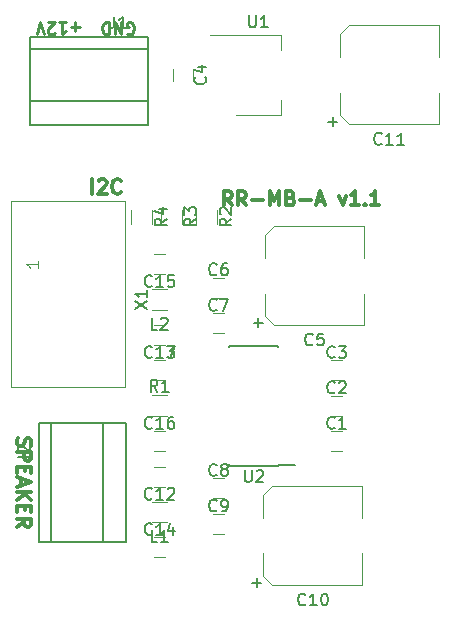
<source format=gbr>
G04 #@! TF.FileFunction,Legend,Top*
%FSLAX46Y46*%
G04 Gerber Fmt 4.6, Leading zero omitted, Abs format (unit mm)*
G04 Created by KiCad (PCBNEW 4.0.7-e2-6376~58~ubuntu16.04.1) date Fri Feb  1 18:55:09 2019*
%MOMM*%
%LPD*%
G01*
G04 APERTURE LIST*
%ADD10C,0.100000*%
%ADD11C,0.300000*%
%ADD12C,0.250000*%
%ADD13C,0.120000*%
%ADD14C,0.150000*%
G04 APERTURE END LIST*
D10*
D11*
X98328571Y-55042857D02*
X98328571Y-53842857D01*
X98842857Y-53957143D02*
X98900000Y-53900000D01*
X99014286Y-53842857D01*
X99300000Y-53842857D01*
X99414286Y-53900000D01*
X99471429Y-53957143D01*
X99528572Y-54071429D01*
X99528572Y-54185714D01*
X99471429Y-54357143D01*
X98785715Y-55042857D01*
X99528572Y-55042857D01*
X100728572Y-54928571D02*
X100671429Y-54985714D01*
X100500000Y-55042857D01*
X100385714Y-55042857D01*
X100214286Y-54985714D01*
X100100000Y-54871429D01*
X100042857Y-54757143D01*
X99985714Y-54528571D01*
X99985714Y-54357143D01*
X100042857Y-54128571D01*
X100100000Y-54014286D01*
X100214286Y-53900000D01*
X100385714Y-53842857D01*
X100500000Y-53842857D01*
X100671429Y-53900000D01*
X100728572Y-53957143D01*
X110142858Y-56042857D02*
X109742858Y-55471429D01*
X109457143Y-56042857D02*
X109457143Y-54842857D01*
X109914286Y-54842857D01*
X110028572Y-54900000D01*
X110085715Y-54957143D01*
X110142858Y-55071429D01*
X110142858Y-55242857D01*
X110085715Y-55357143D01*
X110028572Y-55414286D01*
X109914286Y-55471429D01*
X109457143Y-55471429D01*
X111342858Y-56042857D02*
X110942858Y-55471429D01*
X110657143Y-56042857D02*
X110657143Y-54842857D01*
X111114286Y-54842857D01*
X111228572Y-54900000D01*
X111285715Y-54957143D01*
X111342858Y-55071429D01*
X111342858Y-55242857D01*
X111285715Y-55357143D01*
X111228572Y-55414286D01*
X111114286Y-55471429D01*
X110657143Y-55471429D01*
X111857143Y-55585714D02*
X112771429Y-55585714D01*
X113342857Y-56042857D02*
X113342857Y-54842857D01*
X113742857Y-55700000D01*
X114142857Y-54842857D01*
X114142857Y-56042857D01*
X115114286Y-55414286D02*
X115285715Y-55471429D01*
X115342858Y-55528571D01*
X115400001Y-55642857D01*
X115400001Y-55814286D01*
X115342858Y-55928571D01*
X115285715Y-55985714D01*
X115171429Y-56042857D01*
X114714286Y-56042857D01*
X114714286Y-54842857D01*
X115114286Y-54842857D01*
X115228572Y-54900000D01*
X115285715Y-54957143D01*
X115342858Y-55071429D01*
X115342858Y-55185714D01*
X115285715Y-55300000D01*
X115228572Y-55357143D01*
X115114286Y-55414286D01*
X114714286Y-55414286D01*
X115914286Y-55585714D02*
X116828572Y-55585714D01*
X117342857Y-55700000D02*
X117914286Y-55700000D01*
X117228572Y-56042857D02*
X117628572Y-54842857D01*
X118028572Y-56042857D01*
X119228572Y-55242857D02*
X119514286Y-56042857D01*
X119800000Y-55242857D01*
X120885715Y-56042857D02*
X120200000Y-56042857D01*
X120542858Y-56042857D02*
X120542858Y-54842857D01*
X120428572Y-55014286D01*
X120314286Y-55128571D01*
X120200000Y-55185714D01*
X121400000Y-55928571D02*
X121457143Y-55985714D01*
X121400000Y-56042857D01*
X121342857Y-55985714D01*
X121400000Y-55928571D01*
X121400000Y-56042857D01*
X122600001Y-56042857D02*
X121914286Y-56042857D01*
X122257144Y-56042857D02*
X122257144Y-54842857D01*
X122142858Y-55014286D01*
X122028572Y-55128571D01*
X121914286Y-55185714D01*
X92014286Y-75757143D02*
X91957143Y-75928572D01*
X91957143Y-76214286D01*
X92014286Y-76328572D01*
X92071429Y-76385715D01*
X92185714Y-76442858D01*
X92300000Y-76442858D01*
X92414286Y-76385715D01*
X92471429Y-76328572D01*
X92528571Y-76214286D01*
X92585714Y-75985715D01*
X92642857Y-75871429D01*
X92700000Y-75814286D01*
X92814286Y-75757143D01*
X92928571Y-75757143D01*
X93042857Y-75814286D01*
X93100000Y-75871429D01*
X93157143Y-75985715D01*
X93157143Y-76271429D01*
X93100000Y-76442858D01*
X91957143Y-76957143D02*
X93157143Y-76957143D01*
X93157143Y-77414286D01*
X93100000Y-77528572D01*
X93042857Y-77585715D01*
X92928571Y-77642858D01*
X92757143Y-77642858D01*
X92642857Y-77585715D01*
X92585714Y-77528572D01*
X92528571Y-77414286D01*
X92528571Y-76957143D01*
X92585714Y-78157143D02*
X92585714Y-78557143D01*
X91957143Y-78728572D02*
X91957143Y-78157143D01*
X93157143Y-78157143D01*
X93157143Y-78728572D01*
X92300000Y-79185714D02*
X92300000Y-79757143D01*
X91957143Y-79071429D02*
X93157143Y-79471429D01*
X91957143Y-79871429D01*
X91957143Y-80271428D02*
X93157143Y-80271428D01*
X91957143Y-80957143D02*
X92642857Y-80442857D01*
X93157143Y-80957143D02*
X92471429Y-80271428D01*
X92585714Y-81471428D02*
X92585714Y-81871428D01*
X91957143Y-82042857D02*
X91957143Y-81471428D01*
X93157143Y-81471428D01*
X93157143Y-82042857D01*
X91957143Y-83242857D02*
X92528571Y-82842857D01*
X91957143Y-82557142D02*
X93157143Y-82557142D01*
X93157143Y-83014285D01*
X93100000Y-83128571D01*
X93042857Y-83185714D01*
X92928571Y-83242857D01*
X92757143Y-83242857D01*
X92642857Y-83185714D01*
X92585714Y-83128571D01*
X92528571Y-83014285D01*
X92528571Y-82557142D01*
D12*
X97261905Y-40928571D02*
X96500000Y-40928571D01*
X96880952Y-40547619D02*
X96880952Y-41309524D01*
X95500000Y-40547619D02*
X96071429Y-40547619D01*
X95785715Y-40547619D02*
X95785715Y-41547619D01*
X95880953Y-41404762D01*
X95976191Y-41309524D01*
X96071429Y-41261905D01*
X95119048Y-41452381D02*
X95071429Y-41500000D01*
X94976191Y-41547619D01*
X94738095Y-41547619D01*
X94642857Y-41500000D01*
X94595238Y-41452381D01*
X94547619Y-41357143D01*
X94547619Y-41261905D01*
X94595238Y-41119048D01*
X95166667Y-40547619D01*
X94547619Y-40547619D01*
X94261905Y-41547619D02*
X93928572Y-40547619D01*
X93595238Y-41547619D01*
X101261904Y-41500000D02*
X101357142Y-41547619D01*
X101499999Y-41547619D01*
X101642857Y-41500000D01*
X101738095Y-41404762D01*
X101785714Y-41309524D01*
X101833333Y-41119048D01*
X101833333Y-40976190D01*
X101785714Y-40785714D01*
X101738095Y-40690476D01*
X101642857Y-40595238D01*
X101499999Y-40547619D01*
X101404761Y-40547619D01*
X101261904Y-40595238D01*
X101214285Y-40642857D01*
X101214285Y-40976190D01*
X101404761Y-40976190D01*
X100785714Y-40547619D02*
X100785714Y-41547619D01*
X100214285Y-40547619D01*
X100214285Y-41547619D01*
X99738095Y-40547619D02*
X99738095Y-41547619D01*
X99500000Y-41547619D01*
X99357142Y-41500000D01*
X99261904Y-41404762D01*
X99214285Y-41309524D01*
X99166666Y-41119048D01*
X99166666Y-40976190D01*
X99214285Y-40785714D01*
X99261904Y-40690476D01*
X99357142Y-40595238D01*
X99500000Y-40547619D01*
X99738095Y-40547619D01*
D13*
X101620000Y-57600000D02*
X101620000Y-56400000D01*
X103380000Y-56400000D02*
X103380000Y-57600000D01*
X104120000Y-57600000D02*
X104120000Y-56400000D01*
X105880000Y-56400000D02*
X105880000Y-57600000D01*
X107120000Y-57600000D02*
X107120000Y-56400000D01*
X108880000Y-56400000D02*
X108880000Y-57600000D01*
D14*
X94800000Y-74500000D02*
X94800000Y-84500000D01*
X99200000Y-74500000D02*
X99200000Y-84500000D01*
X93800000Y-74500000D02*
X101200000Y-74500000D01*
X93800000Y-84500000D02*
X93800000Y-74500000D01*
X101200000Y-84500000D02*
X93800000Y-84500000D01*
X101200000Y-74500000D02*
X101200000Y-84500000D01*
X103000000Y-42800000D02*
X93000000Y-42800000D01*
X103000000Y-47200000D02*
X93000000Y-47200000D01*
X103000000Y-41800000D02*
X103000000Y-49200000D01*
X93000000Y-41800000D02*
X103000000Y-41800000D01*
X93000000Y-49200000D02*
X93000000Y-41800000D01*
X103000000Y-49200000D02*
X93000000Y-49200000D01*
D13*
X101070000Y-55670000D02*
X101070000Y-71410000D01*
X101070000Y-71410000D02*
X91470000Y-71410000D01*
X91470000Y-71410000D02*
X91470000Y-55670000D01*
X91470000Y-55670000D02*
X101070000Y-55670000D01*
D14*
X114075000Y-78075000D02*
X114075000Y-78050000D01*
X109925000Y-78075000D02*
X109925000Y-77970000D01*
X109925000Y-67925000D02*
X109925000Y-68030000D01*
X114075000Y-67925000D02*
X114075000Y-68030000D01*
X114075000Y-78075000D02*
X109925000Y-78075000D01*
X114075000Y-67925000D02*
X109925000Y-67925000D01*
X114075000Y-78050000D02*
X115450000Y-78050000D01*
D13*
X114260000Y-48410000D02*
X114260000Y-47150000D01*
X114260000Y-41590000D02*
X114260000Y-42850000D01*
X110500000Y-48410000D02*
X114260000Y-48410000D01*
X108250000Y-41590000D02*
X114260000Y-41590000D01*
X104600000Y-73880000D02*
X103400000Y-73880000D01*
X103400000Y-72120000D02*
X104600000Y-72120000D01*
X103400000Y-63120000D02*
X104600000Y-63120000D01*
X104600000Y-64880000D02*
X103400000Y-64880000D01*
X103400000Y-81120000D02*
X104600000Y-81120000D01*
X104600000Y-82880000D02*
X103400000Y-82880000D01*
X104500000Y-69150000D02*
X103500000Y-69150000D01*
X103500000Y-70850000D02*
X104500000Y-70850000D01*
X104500000Y-75150000D02*
X103500000Y-75150000D01*
X103500000Y-76850000D02*
X104500000Y-76850000D01*
X103500000Y-61850000D02*
X104500000Y-61850000D01*
X104500000Y-60150000D02*
X103500000Y-60150000D01*
X104500000Y-84150000D02*
X103500000Y-84150000D01*
X103500000Y-85850000D02*
X104500000Y-85850000D01*
X103500000Y-67850000D02*
X104500000Y-67850000D01*
X104500000Y-66150000D02*
X103500000Y-66150000D01*
X103500000Y-79850000D02*
X104500000Y-79850000D01*
X104500000Y-78150000D02*
X103500000Y-78150000D01*
X127640000Y-49190000D02*
X127640000Y-46510000D01*
X127640000Y-40810000D02*
X127640000Y-43490000D01*
X119260000Y-41570000D02*
X119260000Y-43490000D01*
X119260000Y-48430000D02*
X119260000Y-46510000D01*
X127640000Y-49190000D02*
X120020000Y-49190000D01*
X120020000Y-49190000D02*
X119260000Y-48430000D01*
X119260000Y-41570000D02*
X120020000Y-40810000D01*
X120020000Y-40810000D02*
X127640000Y-40810000D01*
X121190000Y-88190000D02*
X121190000Y-85510000D01*
X121190000Y-79810000D02*
X121190000Y-82490000D01*
X112810000Y-80570000D02*
X112810000Y-82490000D01*
X112810000Y-87430000D02*
X112810000Y-85510000D01*
X121190000Y-88190000D02*
X113570000Y-88190000D01*
X113570000Y-88190000D02*
X112810000Y-87430000D01*
X112810000Y-80570000D02*
X113570000Y-79810000D01*
X113570000Y-79810000D02*
X121190000Y-79810000D01*
X109500000Y-82150000D02*
X108500000Y-82150000D01*
X108500000Y-83850000D02*
X109500000Y-83850000D01*
X109500000Y-79150000D02*
X108500000Y-79150000D01*
X108500000Y-80850000D02*
X109500000Y-80850000D01*
X109500000Y-65150000D02*
X108500000Y-65150000D01*
X108500000Y-66850000D02*
X109500000Y-66850000D01*
X109500000Y-62150000D02*
X108500000Y-62150000D01*
X108500000Y-63850000D02*
X109500000Y-63850000D01*
X121317432Y-66190000D02*
X121317432Y-63510000D01*
X121317432Y-57810000D02*
X121317432Y-60490000D01*
X112937432Y-58570000D02*
X112937432Y-60490000D01*
X112937432Y-65430000D02*
X112937432Y-63510000D01*
X121317432Y-66190000D02*
X113697432Y-66190000D01*
X113697432Y-66190000D02*
X112937432Y-65430000D01*
X112937432Y-58570000D02*
X113697432Y-57810000D01*
X113697432Y-57810000D02*
X121317432Y-57810000D01*
X106850000Y-45500000D02*
X106850000Y-44500000D01*
X105150000Y-44500000D02*
X105150000Y-45500000D01*
X119500000Y-69150000D02*
X118500000Y-69150000D01*
X118500000Y-70850000D02*
X119500000Y-70850000D01*
X119500000Y-72150000D02*
X118500000Y-72150000D01*
X118500000Y-73850000D02*
X119500000Y-73850000D01*
X119500000Y-75150000D02*
X118500000Y-75150000D01*
X118500000Y-76850000D02*
X119500000Y-76850000D01*
D14*
X104602381Y-57166666D02*
X104126190Y-57500000D01*
X104602381Y-57738095D02*
X103602381Y-57738095D01*
X103602381Y-57357142D01*
X103650000Y-57261904D01*
X103697619Y-57214285D01*
X103792857Y-57166666D01*
X103935714Y-57166666D01*
X104030952Y-57214285D01*
X104078571Y-57261904D01*
X104126190Y-57357142D01*
X104126190Y-57738095D01*
X103935714Y-56309523D02*
X104602381Y-56309523D01*
X103554762Y-56547619D02*
X104269048Y-56785714D01*
X104269048Y-56166666D01*
X107102381Y-57166666D02*
X106626190Y-57500000D01*
X107102381Y-57738095D02*
X106102381Y-57738095D01*
X106102381Y-57357142D01*
X106150000Y-57261904D01*
X106197619Y-57214285D01*
X106292857Y-57166666D01*
X106435714Y-57166666D01*
X106530952Y-57214285D01*
X106578571Y-57261904D01*
X106626190Y-57357142D01*
X106626190Y-57738095D01*
X106102381Y-56833333D02*
X106102381Y-56214285D01*
X106483333Y-56547619D01*
X106483333Y-56404761D01*
X106530952Y-56309523D01*
X106578571Y-56261904D01*
X106673810Y-56214285D01*
X106911905Y-56214285D01*
X107007143Y-56261904D01*
X107054762Y-56309523D01*
X107102381Y-56404761D01*
X107102381Y-56690476D01*
X107054762Y-56785714D01*
X107007143Y-56833333D01*
X110102381Y-57166666D02*
X109626190Y-57500000D01*
X110102381Y-57738095D02*
X109102381Y-57738095D01*
X109102381Y-57357142D01*
X109150000Y-57261904D01*
X109197619Y-57214285D01*
X109292857Y-57166666D01*
X109435714Y-57166666D01*
X109530952Y-57214285D01*
X109578571Y-57261904D01*
X109626190Y-57357142D01*
X109626190Y-57738095D01*
X109197619Y-56785714D02*
X109150000Y-56738095D01*
X109102381Y-56642857D01*
X109102381Y-56404761D01*
X109150000Y-56309523D01*
X109197619Y-56261904D01*
X109292857Y-56214285D01*
X109388095Y-56214285D01*
X109530952Y-56261904D01*
X110102381Y-56833333D01*
X110102381Y-56214285D01*
X92052381Y-77333333D02*
X92766667Y-77333333D01*
X92909524Y-77380953D01*
X93004762Y-77476191D01*
X93052381Y-77619048D01*
X93052381Y-77714286D01*
X92147619Y-76904762D02*
X92100000Y-76857143D01*
X92052381Y-76761905D01*
X92052381Y-76523809D01*
X92100000Y-76428571D01*
X92147619Y-76380952D01*
X92242857Y-76333333D01*
X92338095Y-76333333D01*
X92480952Y-76380952D01*
X93052381Y-76952381D01*
X93052381Y-76333333D01*
X100166667Y-40052381D02*
X100166667Y-40766667D01*
X100119047Y-40909524D01*
X100023809Y-41004762D01*
X99880952Y-41052381D01*
X99785714Y-41052381D01*
X101166667Y-41052381D02*
X100595238Y-41052381D01*
X100880952Y-41052381D02*
X100880952Y-40052381D01*
X100785714Y-40195238D01*
X100690476Y-40290476D01*
X100595238Y-40338095D01*
X101952381Y-64809524D02*
X102952381Y-64142857D01*
X101952381Y-64142857D02*
X102952381Y-64809524D01*
X102952381Y-63238095D02*
X102952381Y-63809524D01*
X102952381Y-63523810D02*
X101952381Y-63523810D01*
X102095238Y-63619048D01*
X102190476Y-63714286D01*
X102238095Y-63809524D01*
D13*
X93732381Y-60734285D02*
X93732381Y-61305714D01*
X93732381Y-61020000D02*
X92732381Y-61020000D01*
X92875238Y-61115238D01*
X92970476Y-61210476D01*
X93018095Y-61305714D01*
D14*
X111238095Y-78452381D02*
X111238095Y-79261905D01*
X111285714Y-79357143D01*
X111333333Y-79404762D01*
X111428571Y-79452381D01*
X111619048Y-79452381D01*
X111714286Y-79404762D01*
X111761905Y-79357143D01*
X111809524Y-79261905D01*
X111809524Y-78452381D01*
X112238095Y-78547619D02*
X112285714Y-78500000D01*
X112380952Y-78452381D01*
X112619048Y-78452381D01*
X112714286Y-78500000D01*
X112761905Y-78547619D01*
X112809524Y-78642857D01*
X112809524Y-78738095D01*
X112761905Y-78880952D01*
X112190476Y-79452381D01*
X112809524Y-79452381D01*
X111588095Y-39952381D02*
X111588095Y-40761905D01*
X111635714Y-40857143D01*
X111683333Y-40904762D01*
X111778571Y-40952381D01*
X111969048Y-40952381D01*
X112064286Y-40904762D01*
X112111905Y-40857143D01*
X112159524Y-40761905D01*
X112159524Y-39952381D01*
X113159524Y-40952381D02*
X112588095Y-40952381D01*
X112873809Y-40952381D02*
X112873809Y-39952381D01*
X112778571Y-40095238D01*
X112683333Y-40190476D01*
X112588095Y-40238095D01*
X103833334Y-71802381D02*
X103500000Y-71326190D01*
X103261905Y-71802381D02*
X103261905Y-70802381D01*
X103642858Y-70802381D01*
X103738096Y-70850000D01*
X103785715Y-70897619D01*
X103833334Y-70992857D01*
X103833334Y-71135714D01*
X103785715Y-71230952D01*
X103738096Y-71278571D01*
X103642858Y-71326190D01*
X103261905Y-71326190D01*
X104785715Y-71802381D02*
X104214286Y-71802381D01*
X104500000Y-71802381D02*
X104500000Y-70802381D01*
X104404762Y-70945238D01*
X104309524Y-71040476D01*
X104214286Y-71088095D01*
X103833334Y-66552381D02*
X103357143Y-66552381D01*
X103357143Y-65552381D01*
X104119048Y-65647619D02*
X104166667Y-65600000D01*
X104261905Y-65552381D01*
X104500001Y-65552381D01*
X104595239Y-65600000D01*
X104642858Y-65647619D01*
X104690477Y-65742857D01*
X104690477Y-65838095D01*
X104642858Y-65980952D01*
X104071429Y-66552381D01*
X104690477Y-66552381D01*
X103833334Y-84552381D02*
X103357143Y-84552381D01*
X103357143Y-83552381D01*
X104690477Y-84552381D02*
X104119048Y-84552381D01*
X104404762Y-84552381D02*
X104404762Y-83552381D01*
X104309524Y-83695238D01*
X104214286Y-83790476D01*
X104119048Y-83838095D01*
X103357143Y-68857143D02*
X103309524Y-68904762D01*
X103166667Y-68952381D01*
X103071429Y-68952381D01*
X102928571Y-68904762D01*
X102833333Y-68809524D01*
X102785714Y-68714286D01*
X102738095Y-68523810D01*
X102738095Y-68380952D01*
X102785714Y-68190476D01*
X102833333Y-68095238D01*
X102928571Y-68000000D01*
X103071429Y-67952381D01*
X103166667Y-67952381D01*
X103309524Y-68000000D01*
X103357143Y-68047619D01*
X104309524Y-68952381D02*
X103738095Y-68952381D01*
X104023809Y-68952381D02*
X104023809Y-67952381D01*
X103928571Y-68095238D01*
X103833333Y-68190476D01*
X103738095Y-68238095D01*
X104642857Y-67952381D02*
X105309524Y-67952381D01*
X104880952Y-68952381D01*
X103357143Y-74857143D02*
X103309524Y-74904762D01*
X103166667Y-74952381D01*
X103071429Y-74952381D01*
X102928571Y-74904762D01*
X102833333Y-74809524D01*
X102785714Y-74714286D01*
X102738095Y-74523810D01*
X102738095Y-74380952D01*
X102785714Y-74190476D01*
X102833333Y-74095238D01*
X102928571Y-74000000D01*
X103071429Y-73952381D01*
X103166667Y-73952381D01*
X103309524Y-74000000D01*
X103357143Y-74047619D01*
X104309524Y-74952381D02*
X103738095Y-74952381D01*
X104023809Y-74952381D02*
X104023809Y-73952381D01*
X103928571Y-74095238D01*
X103833333Y-74190476D01*
X103738095Y-74238095D01*
X105166667Y-73952381D02*
X104976190Y-73952381D01*
X104880952Y-74000000D01*
X104833333Y-74047619D01*
X104738095Y-74190476D01*
X104690476Y-74380952D01*
X104690476Y-74761905D01*
X104738095Y-74857143D01*
X104785714Y-74904762D01*
X104880952Y-74952381D01*
X105071429Y-74952381D01*
X105166667Y-74904762D01*
X105214286Y-74857143D01*
X105261905Y-74761905D01*
X105261905Y-74523810D01*
X105214286Y-74428571D01*
X105166667Y-74380952D01*
X105071429Y-74333333D01*
X104880952Y-74333333D01*
X104785714Y-74380952D01*
X104738095Y-74428571D01*
X104690476Y-74523810D01*
X103357143Y-62857143D02*
X103309524Y-62904762D01*
X103166667Y-62952381D01*
X103071429Y-62952381D01*
X102928571Y-62904762D01*
X102833333Y-62809524D01*
X102785714Y-62714286D01*
X102738095Y-62523810D01*
X102738095Y-62380952D01*
X102785714Y-62190476D01*
X102833333Y-62095238D01*
X102928571Y-62000000D01*
X103071429Y-61952381D01*
X103166667Y-61952381D01*
X103309524Y-62000000D01*
X103357143Y-62047619D01*
X104309524Y-62952381D02*
X103738095Y-62952381D01*
X104023809Y-62952381D02*
X104023809Y-61952381D01*
X103928571Y-62095238D01*
X103833333Y-62190476D01*
X103738095Y-62238095D01*
X105214286Y-61952381D02*
X104738095Y-61952381D01*
X104690476Y-62428571D01*
X104738095Y-62380952D01*
X104833333Y-62333333D01*
X105071429Y-62333333D01*
X105166667Y-62380952D01*
X105214286Y-62428571D01*
X105261905Y-62523810D01*
X105261905Y-62761905D01*
X105214286Y-62857143D01*
X105166667Y-62904762D01*
X105071429Y-62952381D01*
X104833333Y-62952381D01*
X104738095Y-62904762D01*
X104690476Y-62857143D01*
X103357143Y-83857143D02*
X103309524Y-83904762D01*
X103166667Y-83952381D01*
X103071429Y-83952381D01*
X102928571Y-83904762D01*
X102833333Y-83809524D01*
X102785714Y-83714286D01*
X102738095Y-83523810D01*
X102738095Y-83380952D01*
X102785714Y-83190476D01*
X102833333Y-83095238D01*
X102928571Y-83000000D01*
X103071429Y-82952381D01*
X103166667Y-82952381D01*
X103309524Y-83000000D01*
X103357143Y-83047619D01*
X104309524Y-83952381D02*
X103738095Y-83952381D01*
X104023809Y-83952381D02*
X104023809Y-82952381D01*
X103928571Y-83095238D01*
X103833333Y-83190476D01*
X103738095Y-83238095D01*
X105166667Y-83285714D02*
X105166667Y-83952381D01*
X104928571Y-82904762D02*
X104690476Y-83619048D01*
X105309524Y-83619048D01*
X103357143Y-68857143D02*
X103309524Y-68904762D01*
X103166667Y-68952381D01*
X103071429Y-68952381D01*
X102928571Y-68904762D01*
X102833333Y-68809524D01*
X102785714Y-68714286D01*
X102738095Y-68523810D01*
X102738095Y-68380952D01*
X102785714Y-68190476D01*
X102833333Y-68095238D01*
X102928571Y-68000000D01*
X103071429Y-67952381D01*
X103166667Y-67952381D01*
X103309524Y-68000000D01*
X103357143Y-68047619D01*
X104309524Y-68952381D02*
X103738095Y-68952381D01*
X104023809Y-68952381D02*
X104023809Y-67952381D01*
X103928571Y-68095238D01*
X103833333Y-68190476D01*
X103738095Y-68238095D01*
X104642857Y-67952381D02*
X105261905Y-67952381D01*
X104928571Y-68333333D01*
X105071429Y-68333333D01*
X105166667Y-68380952D01*
X105214286Y-68428571D01*
X105261905Y-68523810D01*
X105261905Y-68761905D01*
X105214286Y-68857143D01*
X105166667Y-68904762D01*
X105071429Y-68952381D01*
X104785714Y-68952381D01*
X104690476Y-68904762D01*
X104642857Y-68857143D01*
X103357143Y-80857143D02*
X103309524Y-80904762D01*
X103166667Y-80952381D01*
X103071429Y-80952381D01*
X102928571Y-80904762D01*
X102833333Y-80809524D01*
X102785714Y-80714286D01*
X102738095Y-80523810D01*
X102738095Y-80380952D01*
X102785714Y-80190476D01*
X102833333Y-80095238D01*
X102928571Y-80000000D01*
X103071429Y-79952381D01*
X103166667Y-79952381D01*
X103309524Y-80000000D01*
X103357143Y-80047619D01*
X104309524Y-80952381D02*
X103738095Y-80952381D01*
X104023809Y-80952381D02*
X104023809Y-79952381D01*
X103928571Y-80095238D01*
X103833333Y-80190476D01*
X103738095Y-80238095D01*
X104690476Y-80047619D02*
X104738095Y-80000000D01*
X104833333Y-79952381D01*
X105071429Y-79952381D01*
X105166667Y-80000000D01*
X105214286Y-80047619D01*
X105261905Y-80142857D01*
X105261905Y-80238095D01*
X105214286Y-80380952D01*
X104642857Y-80952381D01*
X105261905Y-80952381D01*
X122807143Y-50807143D02*
X122759524Y-50854762D01*
X122616667Y-50902381D01*
X122521429Y-50902381D01*
X122378571Y-50854762D01*
X122283333Y-50759524D01*
X122235714Y-50664286D01*
X122188095Y-50473810D01*
X122188095Y-50330952D01*
X122235714Y-50140476D01*
X122283333Y-50045238D01*
X122378571Y-49950000D01*
X122521429Y-49902381D01*
X122616667Y-49902381D01*
X122759524Y-49950000D01*
X122807143Y-49997619D01*
X123759524Y-50902381D02*
X123188095Y-50902381D01*
X123473809Y-50902381D02*
X123473809Y-49902381D01*
X123378571Y-50045238D01*
X123283333Y-50140476D01*
X123188095Y-50188095D01*
X124711905Y-50902381D02*
X124140476Y-50902381D01*
X124426190Y-50902381D02*
X124426190Y-49902381D01*
X124330952Y-50045238D01*
X124235714Y-50140476D01*
X124140476Y-50188095D01*
X118289048Y-48971429D02*
X119050953Y-48971429D01*
X118670001Y-49352381D02*
X118670001Y-48590476D01*
X116357143Y-89807143D02*
X116309524Y-89854762D01*
X116166667Y-89902381D01*
X116071429Y-89902381D01*
X115928571Y-89854762D01*
X115833333Y-89759524D01*
X115785714Y-89664286D01*
X115738095Y-89473810D01*
X115738095Y-89330952D01*
X115785714Y-89140476D01*
X115833333Y-89045238D01*
X115928571Y-88950000D01*
X116071429Y-88902381D01*
X116166667Y-88902381D01*
X116309524Y-88950000D01*
X116357143Y-88997619D01*
X117309524Y-89902381D02*
X116738095Y-89902381D01*
X117023809Y-89902381D02*
X117023809Y-88902381D01*
X116928571Y-89045238D01*
X116833333Y-89140476D01*
X116738095Y-89188095D01*
X117928571Y-88902381D02*
X118023810Y-88902381D01*
X118119048Y-88950000D01*
X118166667Y-88997619D01*
X118214286Y-89092857D01*
X118261905Y-89283333D01*
X118261905Y-89521429D01*
X118214286Y-89711905D01*
X118166667Y-89807143D01*
X118119048Y-89854762D01*
X118023810Y-89902381D01*
X117928571Y-89902381D01*
X117833333Y-89854762D01*
X117785714Y-89807143D01*
X117738095Y-89711905D01*
X117690476Y-89521429D01*
X117690476Y-89283333D01*
X117738095Y-89092857D01*
X117785714Y-88997619D01*
X117833333Y-88950000D01*
X117928571Y-88902381D01*
X111839048Y-87971429D02*
X112600953Y-87971429D01*
X112220001Y-88352381D02*
X112220001Y-87590476D01*
X108833334Y-81857143D02*
X108785715Y-81904762D01*
X108642858Y-81952381D01*
X108547620Y-81952381D01*
X108404762Y-81904762D01*
X108309524Y-81809524D01*
X108261905Y-81714286D01*
X108214286Y-81523810D01*
X108214286Y-81380952D01*
X108261905Y-81190476D01*
X108309524Y-81095238D01*
X108404762Y-81000000D01*
X108547620Y-80952381D01*
X108642858Y-80952381D01*
X108785715Y-81000000D01*
X108833334Y-81047619D01*
X109309524Y-81952381D02*
X109500000Y-81952381D01*
X109595239Y-81904762D01*
X109642858Y-81857143D01*
X109738096Y-81714286D01*
X109785715Y-81523810D01*
X109785715Y-81142857D01*
X109738096Y-81047619D01*
X109690477Y-81000000D01*
X109595239Y-80952381D01*
X109404762Y-80952381D01*
X109309524Y-81000000D01*
X109261905Y-81047619D01*
X109214286Y-81142857D01*
X109214286Y-81380952D01*
X109261905Y-81476190D01*
X109309524Y-81523810D01*
X109404762Y-81571429D01*
X109595239Y-81571429D01*
X109690477Y-81523810D01*
X109738096Y-81476190D01*
X109785715Y-81380952D01*
X108833334Y-78857143D02*
X108785715Y-78904762D01*
X108642858Y-78952381D01*
X108547620Y-78952381D01*
X108404762Y-78904762D01*
X108309524Y-78809524D01*
X108261905Y-78714286D01*
X108214286Y-78523810D01*
X108214286Y-78380952D01*
X108261905Y-78190476D01*
X108309524Y-78095238D01*
X108404762Y-78000000D01*
X108547620Y-77952381D01*
X108642858Y-77952381D01*
X108785715Y-78000000D01*
X108833334Y-78047619D01*
X109404762Y-78380952D02*
X109309524Y-78333333D01*
X109261905Y-78285714D01*
X109214286Y-78190476D01*
X109214286Y-78142857D01*
X109261905Y-78047619D01*
X109309524Y-78000000D01*
X109404762Y-77952381D01*
X109595239Y-77952381D01*
X109690477Y-78000000D01*
X109738096Y-78047619D01*
X109785715Y-78142857D01*
X109785715Y-78190476D01*
X109738096Y-78285714D01*
X109690477Y-78333333D01*
X109595239Y-78380952D01*
X109404762Y-78380952D01*
X109309524Y-78428571D01*
X109261905Y-78476190D01*
X109214286Y-78571429D01*
X109214286Y-78761905D01*
X109261905Y-78857143D01*
X109309524Y-78904762D01*
X109404762Y-78952381D01*
X109595239Y-78952381D01*
X109690477Y-78904762D01*
X109738096Y-78857143D01*
X109785715Y-78761905D01*
X109785715Y-78571429D01*
X109738096Y-78476190D01*
X109690477Y-78428571D01*
X109595239Y-78380952D01*
X108833334Y-64857143D02*
X108785715Y-64904762D01*
X108642858Y-64952381D01*
X108547620Y-64952381D01*
X108404762Y-64904762D01*
X108309524Y-64809524D01*
X108261905Y-64714286D01*
X108214286Y-64523810D01*
X108214286Y-64380952D01*
X108261905Y-64190476D01*
X108309524Y-64095238D01*
X108404762Y-64000000D01*
X108547620Y-63952381D01*
X108642858Y-63952381D01*
X108785715Y-64000000D01*
X108833334Y-64047619D01*
X109166667Y-63952381D02*
X109833334Y-63952381D01*
X109404762Y-64952381D01*
X108833334Y-61857143D02*
X108785715Y-61904762D01*
X108642858Y-61952381D01*
X108547620Y-61952381D01*
X108404762Y-61904762D01*
X108309524Y-61809524D01*
X108261905Y-61714286D01*
X108214286Y-61523810D01*
X108214286Y-61380952D01*
X108261905Y-61190476D01*
X108309524Y-61095238D01*
X108404762Y-61000000D01*
X108547620Y-60952381D01*
X108642858Y-60952381D01*
X108785715Y-61000000D01*
X108833334Y-61047619D01*
X109690477Y-60952381D02*
X109500000Y-60952381D01*
X109404762Y-61000000D01*
X109357143Y-61047619D01*
X109261905Y-61190476D01*
X109214286Y-61380952D01*
X109214286Y-61761905D01*
X109261905Y-61857143D01*
X109309524Y-61904762D01*
X109404762Y-61952381D01*
X109595239Y-61952381D01*
X109690477Y-61904762D01*
X109738096Y-61857143D01*
X109785715Y-61761905D01*
X109785715Y-61523810D01*
X109738096Y-61428571D01*
X109690477Y-61380952D01*
X109595239Y-61333333D01*
X109404762Y-61333333D01*
X109309524Y-61380952D01*
X109261905Y-61428571D01*
X109214286Y-61523810D01*
X116960766Y-67807143D02*
X116913147Y-67854762D01*
X116770290Y-67902381D01*
X116675052Y-67902381D01*
X116532194Y-67854762D01*
X116436956Y-67759524D01*
X116389337Y-67664286D01*
X116341718Y-67473810D01*
X116341718Y-67330952D01*
X116389337Y-67140476D01*
X116436956Y-67045238D01*
X116532194Y-66950000D01*
X116675052Y-66902381D01*
X116770290Y-66902381D01*
X116913147Y-66950000D01*
X116960766Y-66997619D01*
X117865528Y-66902381D02*
X117389337Y-66902381D01*
X117341718Y-67378571D01*
X117389337Y-67330952D01*
X117484575Y-67283333D01*
X117722671Y-67283333D01*
X117817909Y-67330952D01*
X117865528Y-67378571D01*
X117913147Y-67473810D01*
X117913147Y-67711905D01*
X117865528Y-67807143D01*
X117817909Y-67854762D01*
X117722671Y-67902381D01*
X117484575Y-67902381D01*
X117389337Y-67854762D01*
X117341718Y-67807143D01*
X111966480Y-65971429D02*
X112728385Y-65971429D01*
X112347433Y-66352381D02*
X112347433Y-65590476D01*
X107857143Y-45166666D02*
X107904762Y-45214285D01*
X107952381Y-45357142D01*
X107952381Y-45452380D01*
X107904762Y-45595238D01*
X107809524Y-45690476D01*
X107714286Y-45738095D01*
X107523810Y-45785714D01*
X107380952Y-45785714D01*
X107190476Y-45738095D01*
X107095238Y-45690476D01*
X107000000Y-45595238D01*
X106952381Y-45452380D01*
X106952381Y-45357142D01*
X107000000Y-45214285D01*
X107047619Y-45166666D01*
X107285714Y-44309523D02*
X107952381Y-44309523D01*
X106904762Y-44547619D02*
X107619048Y-44785714D01*
X107619048Y-44166666D01*
X118833334Y-68857143D02*
X118785715Y-68904762D01*
X118642858Y-68952381D01*
X118547620Y-68952381D01*
X118404762Y-68904762D01*
X118309524Y-68809524D01*
X118261905Y-68714286D01*
X118214286Y-68523810D01*
X118214286Y-68380952D01*
X118261905Y-68190476D01*
X118309524Y-68095238D01*
X118404762Y-68000000D01*
X118547620Y-67952381D01*
X118642858Y-67952381D01*
X118785715Y-68000000D01*
X118833334Y-68047619D01*
X119166667Y-67952381D02*
X119785715Y-67952381D01*
X119452381Y-68333333D01*
X119595239Y-68333333D01*
X119690477Y-68380952D01*
X119738096Y-68428571D01*
X119785715Y-68523810D01*
X119785715Y-68761905D01*
X119738096Y-68857143D01*
X119690477Y-68904762D01*
X119595239Y-68952381D01*
X119309524Y-68952381D01*
X119214286Y-68904762D01*
X119166667Y-68857143D01*
X118833334Y-71857143D02*
X118785715Y-71904762D01*
X118642858Y-71952381D01*
X118547620Y-71952381D01*
X118404762Y-71904762D01*
X118309524Y-71809524D01*
X118261905Y-71714286D01*
X118214286Y-71523810D01*
X118214286Y-71380952D01*
X118261905Y-71190476D01*
X118309524Y-71095238D01*
X118404762Y-71000000D01*
X118547620Y-70952381D01*
X118642858Y-70952381D01*
X118785715Y-71000000D01*
X118833334Y-71047619D01*
X119214286Y-71047619D02*
X119261905Y-71000000D01*
X119357143Y-70952381D01*
X119595239Y-70952381D01*
X119690477Y-71000000D01*
X119738096Y-71047619D01*
X119785715Y-71142857D01*
X119785715Y-71238095D01*
X119738096Y-71380952D01*
X119166667Y-71952381D01*
X119785715Y-71952381D01*
X118833334Y-74857143D02*
X118785715Y-74904762D01*
X118642858Y-74952381D01*
X118547620Y-74952381D01*
X118404762Y-74904762D01*
X118309524Y-74809524D01*
X118261905Y-74714286D01*
X118214286Y-74523810D01*
X118214286Y-74380952D01*
X118261905Y-74190476D01*
X118309524Y-74095238D01*
X118404762Y-74000000D01*
X118547620Y-73952381D01*
X118642858Y-73952381D01*
X118785715Y-74000000D01*
X118833334Y-74047619D01*
X119785715Y-74952381D02*
X119214286Y-74952381D01*
X119500000Y-74952381D02*
X119500000Y-73952381D01*
X119404762Y-74095238D01*
X119309524Y-74190476D01*
X119214286Y-74238095D01*
M02*

</source>
